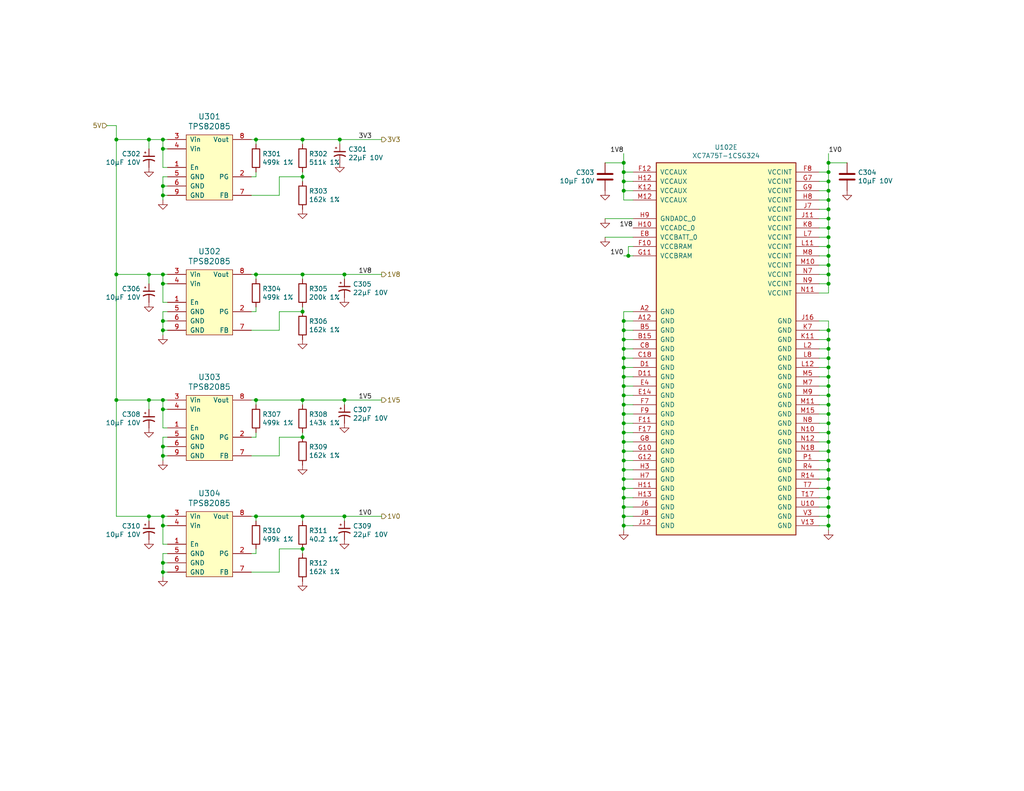
<source format=kicad_sch>
(kicad_sch (version 20230121) (generator eeschema)
  (paper "A")
  (title_block (title "QSIC - QBUS Storage & I/O Card") (date "2022-10-27") (rev "0.4"))
  (junction (at 69.85 38.1))
  (junction (at 170.18 49.53))
  (junction (at 69.85 74.93))
  (junction (at 170.18 133.35))
  (junction (at 226.06 77.47))
  (junction (at 226.06 110.49))
  (junction (at 170.18 95.25))
  (junction (at 93.98 140.97))
  (junction (at 82.55 149.86))
  (junction (at 170.18 52.07))
  (junction (at 226.06 133.35))
  (junction (at 44.45 109.22))
  (junction (at 82.55 38.1))
  (junction (at 226.06 118.11))
  (junction (at 226.06 49.53))
  (junction (at 170.18 44.45))
  (junction (at 44.45 38.1))
  (junction (at 226.06 67.31))
  (junction (at 40.64 74.93))
  (junction (at 44.45 124.46))
  (junction (at 226.06 130.81))
  (junction (at 82.55 48.26))
  (junction (at 44.45 90.17))
  (junction (at 170.18 92.71))
  (junction (at 226.06 69.85))
  (junction (at 170.18 138.43))
  (junction (at 226.06 113.03))
  (junction (at 170.18 105.41))
  (junction (at 92.71 38.1))
  (junction (at 82.55 109.22))
  (junction (at 44.45 50.8))
  (junction (at 226.06 62.23))
  (junction (at 44.45 74.93))
  (junction (at 170.18 120.65))
  (junction (at 226.06 46.99))
  (junction (at 31.75 74.93))
  (junction (at 226.06 123.19))
  (junction (at 82.55 140.97))
  (junction (at 31.75 109.22))
  (junction (at 170.18 140.97))
  (junction (at 226.06 59.69))
  (junction (at 226.06 95.25))
  (junction (at 170.18 123.19))
  (junction (at 44.45 40.64))
  (junction (at 170.18 97.79))
  (junction (at 170.18 125.73))
  (junction (at 170.18 115.57))
  (junction (at 170.18 90.17))
  (junction (at 170.18 110.49))
  (junction (at 226.06 64.77))
  (junction (at 226.06 115.57))
  (junction (at 44.45 153.67))
  (junction (at 40.64 109.22))
  (junction (at 44.45 156.21))
  (junction (at 226.06 128.27))
  (junction (at 170.18 135.89))
  (junction (at 226.06 105.41))
  (junction (at 40.64 38.1))
  (junction (at 226.06 44.45))
  (junction (at 82.55 85.09))
  (junction (at 44.45 111.76))
  (junction (at 226.06 57.15))
  (junction (at 226.06 120.65))
  (junction (at 226.06 74.93))
  (junction (at 226.06 135.89))
  (junction (at 44.45 53.34))
  (junction (at 31.75 38.1))
  (junction (at 226.06 140.97))
  (junction (at 82.55 119.38))
  (junction (at 226.06 72.39))
  (junction (at 226.06 107.95))
  (junction (at 170.18 87.63))
  (junction (at 44.45 140.97))
  (junction (at 44.45 77.47))
  (junction (at 69.85 140.97))
  (junction (at 93.98 109.22))
  (junction (at 226.06 143.51))
  (junction (at 170.18 107.95))
  (junction (at 82.55 74.93))
  (junction (at 93.98 74.93))
  (junction (at 171.45 69.85))
  (junction (at 170.18 128.27))
  (junction (at 40.64 140.97))
  (junction (at 170.18 113.03))
  (junction (at 226.06 125.73))
  (junction (at 44.45 121.92))
  (junction (at 226.06 92.71))
  (junction (at 170.18 143.51))
  (junction (at 170.18 118.11))
  (junction (at 170.18 102.87))
  (junction (at 226.06 97.79))
  (junction (at 226.06 52.07))
  (junction (at 170.18 46.99))
  (junction (at 226.06 54.61))
  (junction (at 226.06 90.17))
  (junction (at 69.85 109.22))
  (junction (at 44.45 87.63))
  (junction (at 226.06 102.87))
  (junction (at 226.06 138.43))
  (junction (at 170.18 100.33))
  (junction (at 170.18 130.81))
  (junction (at 44.45 143.51))
  (junction (at 226.06 100.33))
  (wire (pts (xy 44.45 119.38) (xy 45.72 119.38)))
  (wire (pts (xy 82.55 74.93) (xy 93.98 74.93)))
  (wire (pts (xy 226.06 125.73) (xy 226.06 128.27)))
  (wire (pts (xy 223.52 125.73) (xy 226.06 125.73)))
  (wire (pts (xy 172.72 135.89) (xy 170.18 135.89)))
  (wire (pts (xy 226.06 140.97) (xy 226.06 143.51)))
  (wire (pts (xy 44.45 40.64) (xy 44.45 38.1)))
  (wire (pts (xy 45.72 90.17) (xy 44.45 90.17)))
  (wire (pts (xy 92.71 39.37) (xy 92.71 38.1)))
  (wire (pts (xy 172.72 87.63) (xy 170.18 87.63)))
  (wire (pts (xy 44.45 125.73) (xy 44.45 124.46)))
  (wire (pts (xy 69.85 74.93) (xy 82.55 74.93)))
  (wire (pts (xy 44.45 124.46) (xy 44.45 121.92)))
  (wire (pts (xy 172.72 115.57) (xy 170.18 115.57)))
  (wire (pts (xy 170.18 133.35) (xy 170.18 135.89)))
  (wire (pts (xy 223.52 120.65) (xy 226.06 120.65)))
  (wire (pts (xy 223.52 49.53) (xy 226.06 49.53)))
  (wire (pts (xy 44.45 38.1) (xy 40.64 38.1)))
  (wire (pts (xy 76.2 124.46) (xy 68.58 124.46)))
  (wire (pts (xy 44.45 111.76) (xy 44.45 109.22)))
  (wire (pts (xy 223.52 115.57) (xy 226.06 115.57)))
  (wire (pts (xy 93.98 109.22) (xy 104.14 109.22)))
  (wire (pts (xy 226.06 123.19) (xy 226.06 125.73)))
  (wire (pts (xy 68.58 90.17) (xy 76.2 90.17)))
  (wire (pts (xy 226.06 128.27) (xy 226.06 130.81)))
  (wire (pts (xy 170.18 85.09) (xy 172.72 85.09)))
  (wire (pts (xy 40.64 142.24) (xy 40.64 140.97)))
  (wire (pts (xy 44.45 74.93) (xy 40.64 74.93)))
  (wire (pts (xy 223.52 46.99) (xy 226.06 46.99)))
  (wire (pts (xy 45.72 87.63) (xy 44.45 87.63)))
  (wire (pts (xy 29.21 34.29) (xy 31.75 34.29)))
  (wire (pts (xy 45.72 156.21) (xy 44.45 156.21)))
  (wire (pts (xy 223.52 128.27) (xy 226.06 128.27)))
  (wire (pts (xy 170.18 135.89) (xy 170.18 138.43)))
  (wire (pts (xy 93.98 110.49) (xy 93.98 109.22)))
  (wire (pts (xy 170.18 90.17) (xy 170.18 92.71)))
  (wire (pts (xy 170.18 100.33) (xy 170.18 102.87)))
  (wire (pts (xy 44.45 140.97) (xy 40.64 140.97)))
  (wire (pts (xy 45.72 143.51) (xy 44.45 143.51)))
  (wire (pts (xy 82.55 109.22) (xy 93.98 109.22)))
  (wire (pts (xy 170.18 102.87) (xy 170.18 105.41)))
  (wire (pts (xy 170.18 41.91) (xy 170.18 44.45)))
  (wire (pts (xy 226.06 133.35) (xy 226.06 135.89)))
  (wire (pts (xy 31.75 74.93) (xy 31.75 109.22)))
  (wire (pts (xy 31.75 34.29) (xy 31.75 38.1)))
  (wire (pts (xy 44.45 153.67) (xy 44.45 151.13)))
  (wire (pts (xy 44.45 156.21) (xy 44.45 153.67)))
  (wire (pts (xy 82.55 140.97) (xy 93.98 140.97)))
  (wire (pts (xy 45.72 148.59) (xy 44.45 148.59)))
  (wire (pts (xy 226.06 138.43) (xy 226.06 140.97)))
  (wire (pts (xy 82.55 142.24) (xy 82.55 140.97)))
  (wire (pts (xy 69.85 38.1) (xy 69.85 39.37)))
  (wire (pts (xy 68.58 119.38) (xy 69.85 119.38)))
  (wire (pts (xy 223.52 57.15) (xy 226.06 57.15)))
  (wire (pts (xy 76.2 119.38) (xy 76.2 124.46)))
  (wire (pts (xy 172.72 138.43) (xy 170.18 138.43)))
  (wire (pts (xy 44.45 85.09) (xy 45.72 85.09)))
  (wire (pts (xy 82.55 149.86) (xy 76.2 149.86)))
  (wire (pts (xy 172.72 125.73) (xy 170.18 125.73)))
  (wire (pts (xy 165.1 64.77) (xy 172.72 64.77)))
  (wire (pts (xy 31.75 140.97) (xy 40.64 140.97)))
  (wire (pts (xy 223.52 72.39) (xy 226.06 72.39)))
  (wire (pts (xy 69.85 38.1) (xy 82.55 38.1)))
  (wire (pts (xy 172.72 52.07) (xy 170.18 52.07)))
  (wire (pts (xy 170.18 107.95) (xy 170.18 110.49)))
  (wire (pts (xy 223.52 90.17) (xy 226.06 90.17)))
  (wire (pts (xy 226.06 100.33) (xy 226.06 102.87)))
  (wire (pts (xy 170.18 87.63) (xy 170.18 85.09)))
  (wire (pts (xy 44.45 90.17) (xy 44.45 87.63)))
  (wire (pts (xy 170.18 95.25) (xy 170.18 97.79)))
  (wire (pts (xy 44.45 148.59) (xy 44.45 143.51)))
  (wire (pts (xy 44.45 53.34) (xy 44.45 50.8)))
  (wire (pts (xy 44.45 45.72) (xy 44.45 40.64)))
  (wire (pts (xy 69.85 85.09) (xy 68.58 85.09)))
  (wire (pts (xy 44.45 116.84) (xy 44.45 111.76)))
  (wire (pts (xy 226.06 52.07) (xy 226.06 54.61)))
  (wire (pts (xy 44.45 74.93) (xy 45.72 74.93)))
  (wire (pts (xy 44.45 87.63) (xy 44.45 85.09)))
  (wire (pts (xy 44.45 151.13) (xy 45.72 151.13)))
  (wire (pts (xy 172.72 46.99) (xy 170.18 46.99)))
  (wire (pts (xy 223.52 87.63) (xy 226.06 87.63)))
  (wire (pts (xy 76.2 48.26) (xy 76.2 53.34)))
  (wire (pts (xy 170.18 54.61) (xy 172.72 54.61)))
  (wire (pts (xy 82.55 48.26) (xy 82.55 49.53)))
  (wire (pts (xy 45.72 153.67) (xy 44.45 153.67)))
  (wire (pts (xy 165.1 44.45) (xy 170.18 44.45)))
  (wire (pts (xy 223.52 105.41) (xy 226.06 105.41)))
  (wire (pts (xy 172.72 90.17) (xy 170.18 90.17)))
  (wire (pts (xy 226.06 97.79) (xy 226.06 100.33)))
  (wire (pts (xy 93.98 74.93) (xy 104.14 74.93)))
  (wire (pts (xy 223.52 102.87) (xy 226.06 102.87)))
  (wire (pts (xy 170.18 105.41) (xy 170.18 107.95)))
  (wire (pts (xy 40.64 77.47) (xy 40.64 74.93)))
  (wire (pts (xy 226.06 41.91) (xy 226.06 44.45)))
  (wire (pts (xy 44.45 54.61) (xy 44.45 53.34)))
  (wire (pts (xy 31.75 109.22) (xy 40.64 109.22)))
  (wire (pts (xy 76.2 156.21) (xy 68.58 156.21)))
  (wire (pts (xy 223.52 107.95) (xy 226.06 107.95)))
  (wire (pts (xy 170.18 92.71) (xy 170.18 95.25)))
  (wire (pts (xy 226.06 46.99) (xy 226.06 49.53)))
  (wire (pts (xy 226.06 77.47) (xy 226.06 80.01)))
  (wire (pts (xy 44.45 121.92) (xy 44.45 119.38)))
  (wire (pts (xy 170.18 46.99) (xy 170.18 49.53)))
  (wire (pts (xy 82.55 48.26) (xy 76.2 48.26)))
  (wire (pts (xy 172.72 123.19) (xy 170.18 123.19)))
  (wire (pts (xy 82.55 119.38) (xy 76.2 119.38)))
  (wire (pts (xy 223.52 133.35) (xy 226.06 133.35)))
  (wire (pts (xy 223.52 62.23) (xy 226.06 62.23)))
  (wire (pts (xy 82.55 151.13) (xy 82.55 149.86)))
  (wire (pts (xy 226.06 64.77) (xy 226.06 67.31)))
  (wire (pts (xy 226.06 118.11) (xy 226.06 120.65)))
  (wire (pts (xy 226.06 90.17) (xy 226.06 92.71)))
  (wire (pts (xy 170.18 118.11) (xy 170.18 120.65)))
  (wire (pts (xy 45.72 124.46) (xy 44.45 124.46)))
  (wire (pts (xy 69.85 74.93) (xy 69.85 76.2)))
  (wire (pts (xy 45.72 82.55) (xy 44.45 82.55)))
  (wire (pts (xy 223.52 92.71) (xy 226.06 92.71)))
  (wire (pts (xy 69.85 109.22) (xy 82.55 109.22)))
  (wire (pts (xy 172.72 105.41) (xy 170.18 105.41)))
  (wire (pts (xy 31.75 38.1) (xy 40.64 38.1)))
  (wire (pts (xy 172.72 140.97) (xy 170.18 140.97)))
  (wire (pts (xy 82.55 119.38) (xy 82.55 118.11)))
  (wire (pts (xy 223.52 64.77) (xy 226.06 64.77)))
  (wire (pts (xy 44.45 109.22) (xy 45.72 109.22)))
  (wire (pts (xy 69.85 140.97) (xy 69.85 142.24)))
  (wire (pts (xy 44.45 140.97) (xy 45.72 140.97)))
  (wire (pts (xy 226.06 59.69) (xy 226.06 62.23)))
  (wire (pts (xy 92.71 38.1) (xy 104.14 38.1)))
  (wire (pts (xy 226.06 95.25) (xy 226.06 97.79)))
  (wire (pts (xy 45.72 121.92) (xy 44.45 121.92)))
  (wire (pts (xy 226.06 67.31) (xy 226.06 69.85)))
  (wire (pts (xy 172.72 120.65) (xy 170.18 120.65)))
  (wire (pts (xy 44.45 82.55) (xy 44.45 77.47)))
  (wire (pts (xy 170.18 69.85) (xy 171.45 69.85)))
  (wire (pts (xy 93.98 142.24) (xy 93.98 140.97)))
  (wire (pts (xy 172.72 118.11) (xy 170.18 118.11)))
  (wire (pts (xy 76.2 149.86) (xy 76.2 156.21)))
  (wire (pts (xy 171.45 69.85) (xy 171.45 67.31)))
  (wire (pts (xy 68.58 38.1) (xy 69.85 38.1)))
  (wire (pts (xy 45.72 40.64) (xy 44.45 40.64)))
  (wire (pts (xy 82.55 110.49) (xy 82.55 109.22)))
  (wire (pts (xy 226.06 87.63) (xy 226.06 90.17)))
  (wire (pts (xy 170.18 128.27) (xy 170.18 130.81)))
  (wire (pts (xy 31.75 38.1) (xy 31.75 74.93)))
  (wire (pts (xy 226.06 115.57) (xy 226.06 118.11)))
  (wire (pts (xy 170.18 110.49) (xy 170.18 113.03)))
  (wire (pts (xy 226.06 135.89) (xy 226.06 138.43)))
  (wire (pts (xy 69.85 151.13) (xy 69.85 149.86)))
  (wire (pts (xy 44.45 77.47) (xy 44.45 74.93)))
  (wire (pts (xy 226.06 49.53) (xy 226.06 52.07)))
  (wire (pts (xy 172.72 100.33) (xy 170.18 100.33)))
  (wire (pts (xy 223.52 113.03) (xy 226.06 113.03)))
  (wire (pts (xy 40.64 40.64) (xy 40.64 38.1)))
  (wire (pts (xy 226.06 62.23) (xy 226.06 64.77)))
  (wire (pts (xy 76.2 53.34) (xy 68.58 53.34)))
  (wire (pts (xy 82.55 39.37) (xy 82.55 38.1)))
  (wire (pts (xy 223.52 130.81) (xy 226.06 130.81)))
  (wire (pts (xy 68.58 109.22) (xy 69.85 109.22)))
  (wire (pts (xy 68.58 151.13) (xy 69.85 151.13)))
  (wire (pts (xy 170.18 113.03) (xy 170.18 115.57)))
  (wire (pts (xy 170.18 130.81) (xy 170.18 133.35)))
  (wire (pts (xy 172.72 130.81) (xy 170.18 130.81)))
  (wire (pts (xy 226.06 120.65) (xy 226.06 123.19)))
  (wire (pts (xy 45.72 77.47) (xy 44.45 77.47)))
  (wire (pts (xy 172.72 92.71) (xy 170.18 92.71)))
  (wire (pts (xy 44.45 157.48) (xy 44.45 156.21)))
  (wire (pts (xy 76.2 85.09) (xy 82.55 85.09)))
  (wire (pts (xy 226.06 107.95) (xy 226.06 110.49)))
  (wire (pts (xy 69.85 48.26) (xy 69.85 46.99)))
  (wire (pts (xy 172.72 102.87) (xy 170.18 102.87)))
  (wire (pts (xy 45.72 45.72) (xy 44.45 45.72)))
  (wire (pts (xy 223.52 80.01) (xy 226.06 80.01)))
  (wire (pts (xy 226.06 130.81) (xy 226.06 133.35)))
  (wire (pts (xy 170.18 125.73) (xy 170.18 128.27)))
  (wire (pts (xy 226.06 92.71) (xy 226.06 95.25)))
  (wire (pts (xy 223.52 140.97) (xy 226.06 140.97)))
  (wire (pts (xy 68.58 140.97) (xy 69.85 140.97)))
  (wire (pts (xy 172.72 69.85) (xy 171.45 69.85)))
  (wire (pts (xy 223.52 54.61) (xy 226.06 54.61)))
  (wire (pts (xy 44.45 109.22) (xy 40.64 109.22)))
  (wire (pts (xy 44.45 48.26) (xy 45.72 48.26)))
  (wire (pts (xy 170.18 52.07) (xy 170.18 54.61)))
  (wire (pts (xy 69.85 83.82) (xy 69.85 85.09)))
  (wire (pts (xy 223.52 100.33) (xy 226.06 100.33)))
  (wire (pts (xy 170.18 140.97) (xy 170.18 143.51)))
  (wire (pts (xy 223.52 59.69) (xy 226.06 59.69)))
  (wire (pts (xy 226.06 143.51) (xy 226.06 144.78)))
  (wire (pts (xy 45.72 53.34) (xy 44.45 53.34)))
  (wire (pts (xy 223.52 77.47) (xy 226.06 77.47)))
  (wire (pts (xy 44.45 38.1) (xy 45.72 38.1)))
  (wire (pts (xy 82.55 76.2) (xy 82.55 74.93)))
  (wire (pts (xy 226.06 113.03) (xy 226.06 115.57)))
  (wire (pts (xy 223.52 118.11) (xy 226.06 118.11)))
  (wire (pts (xy 44.45 91.44) (xy 44.45 90.17)))
  (wire (pts (xy 45.72 111.76) (xy 44.45 111.76)))
  (wire (pts (xy 223.52 67.31) (xy 226.06 67.31)))
  (wire (pts (xy 172.72 143.51) (xy 170.18 143.51)))
  (wire (pts (xy 172.72 95.25) (xy 170.18 95.25)))
  (wire (pts (xy 93.98 76.2) (xy 93.98 74.93)))
  (wire (pts (xy 223.52 97.79) (xy 226.06 97.79)))
  (wire (pts (xy 82.55 46.99) (xy 82.55 48.26)))
  (wire (pts (xy 82.55 85.09) (xy 82.55 83.82)))
  (wire (pts (xy 223.52 52.07) (xy 226.06 52.07)))
  (wire (pts (xy 44.45 50.8) (xy 44.45 48.26)))
  (wire (pts (xy 68.58 74.93) (xy 69.85 74.93)))
  (wire (pts (xy 31.75 74.93) (xy 40.64 74.93)))
  (wire (pts (xy 172.72 107.95) (xy 170.18 107.95)))
  (wire (pts (xy 44.45 143.51) (xy 44.45 140.97)))
  (wire (pts (xy 170.18 123.19) (xy 170.18 125.73)))
  (wire (pts (xy 45.72 116.84) (xy 44.45 116.84)))
  (wire (pts (xy 226.06 74.93) (xy 226.06 77.47)))
  (wire (pts (xy 69.85 140.97) (xy 82.55 140.97)))
  (wire (pts (xy 170.18 138.43) (xy 170.18 140.97)))
  (wire (pts (xy 172.72 110.49) (xy 170.18 110.49)))
  (wire (pts (xy 172.72 97.79) (xy 170.18 97.79)))
  (wire (pts (xy 165.1 59.69) (xy 172.72 59.69)))
  (wire (pts (xy 223.52 74.93) (xy 226.06 74.93)))
  (wire (pts (xy 45.72 50.8) (xy 44.45 50.8)))
  (wire (pts (xy 170.18 120.65) (xy 170.18 123.19)))
  (wire (pts (xy 223.52 123.19) (xy 226.06 123.19)))
  (wire (pts (xy 226.06 110.49) (xy 226.06 113.03)))
  (wire (pts (xy 170.18 44.45) (xy 170.18 46.99)))
  (wire (pts (xy 226.06 44.45) (xy 226.06 46.99)))
  (wire (pts (xy 226.06 72.39) (xy 226.06 74.93)))
  (wire (pts (xy 93.98 140.97) (xy 104.14 140.97)))
  (wire (pts (xy 226.06 69.85) (xy 226.06 72.39)))
  (wire (pts (xy 170.18 115.57) (xy 170.18 118.11)))
  (wire (pts (xy 223.52 95.25) (xy 226.06 95.25)))
  (wire (pts (xy 226.06 54.61) (xy 226.06 57.15)))
  (wire (pts (xy 40.64 111.76) (xy 40.64 109.22)))
  (wire (pts (xy 69.85 119.38) (xy 69.85 118.11)))
  (wire (pts (xy 223.52 143.51) (xy 226.06 143.51)))
  (wire (pts (xy 223.52 110.49) (xy 226.06 110.49)))
  (wire (pts (xy 226.06 105.41) (xy 226.06 107.95)))
  (wire (pts (xy 170.18 87.63) (xy 170.18 90.17)))
  (wire (pts (xy 172.72 128.27) (xy 170.18 128.27)))
  (wire (pts (xy 223.52 69.85) (xy 226.06 69.85)))
  (wire (pts (xy 172.72 113.03) (xy 170.18 113.03)))
  (wire (pts (xy 223.52 135.89) (xy 226.06 135.89)))
  (wire (pts (xy 223.52 138.43) (xy 226.06 138.43)))
  (wire (pts (xy 82.55 38.1) (xy 92.71 38.1)))
  (wire (pts (xy 69.85 109.22) (xy 69.85 110.49)))
  (wire (pts (xy 226.06 57.15) (xy 226.06 59.69)))
  (wire (pts (xy 172.72 49.53) (xy 170.18 49.53)))
  (wire (pts (xy 231.14 44.45) (xy 226.06 44.45)))
  (wire (pts (xy 172.72 67.31) (xy 171.45 67.31)))
  (wire (pts (xy 31.75 109.22) (xy 31.75 140.97)))
  (wire (pts (xy 226.06 102.87) (xy 226.06 105.41)))
  (wire (pts (xy 68.58 48.26) (xy 69.85 48.26)))
  (wire (pts (xy 170.18 143.51) (xy 170.18 144.78)))
  (wire (pts (xy 170.18 49.53) (xy 170.18 52.07)))
  (wire (pts (xy 76.2 90.17) (xy 76.2 85.09)))
  (wire (pts (xy 170.18 97.79) (xy 170.18 100.33)))
  (wire (pts (xy 172.72 133.35) (xy 170.18 133.35)))
  (label "1V8" (at 97.79 74.93 0))
  (label "1V0" (at 97.79 140.97 0))
  (label "3V3" (at 97.79 38.1 0))
  (label "1V0" (at 226.06 41.91 0))
  (label "1V8" (at 172.72 62.23 180))
  (label "1V0" (at 170.18 69.85 180))
  (label "1V5" (at 97.79 109.22 0))
  (label "1V8" (at 170.18 41.91 180))
  (hierarchical_label "3V3" (shape output) (at 104.14 38.1 0))
  (hierarchical_label "1V0" (shape output) (at 104.14 140.97 0))
  (hierarchical_label "5V" (shape input) (at 29.21 34.29 180))
  (hierarchical_label "1V8" (shape output) (at 104.14 74.93 0))
  (hierarchical_label "1V5" (shape output) (at 104.14 109.22 0))
  (symbol (lib_id "myLib:TPS82085") (at 55.88 43.18 0) (unit 1)
    (property "Reference" "U301" (at 57.15 31.8262 0) (effects (font (size 1.524 1.524))))
    (property "Value" "TPS82085" (at 57.15 34.5186 0) (effects (font (size 1.524 1.524))))
    (property "Footprint" "Package_LGA:Texas_SIL0008D_MicroSiP-8-1EP_2.8x3mm_P0.65mm_EP1.1x1.9mm_ThermalVias" (effects hide))
    (property "Datasheet" "http://www.ti.com/lit/ds/symlink/tps82085.pdf" (effects hide))
    (property "Description" "Switching Regulstor" (effects hide))
    (property "Manu" "TI" (effects hide))
    (property "type" "SMD" (effects hide))
    (property "MPN" "TPS82085SILT" (effects hide))
  )
  (symbol (lib_id "Device:R") (at 82.55 43.18 0) (unit 1)
    (property "Reference" "R302" (at 84.2772 42.0116 0) (effects (justify left)))
    (property "Value" "511k 1%" (at 84.2772 44.323 0) (effects (justify left)))
    (property "Footprint" "Resistor_SMD:R_0603_1608Metric" (effects hide))
    (property "type" "SMD" (effects hide))
    (property "Description" "Res 511k 1% 0603" (effects hide))
    (property "MPN" "RC0603FR-07511KL" (effects hide))
  )
  (symbol (lib_id "Device:R") (at 82.55 53.34 0) (unit 1)
    (property "Reference" "R303" (at 84.2772 52.1716 0) (effects (justify left)))
    (property "Value" "162k 1%" (at 84.2772 54.483 0) (effects (justify left)))
    (property "Footprint" "Resistor_SMD:R_0603_1608Metric" (effects hide))
    (property "type" "SMD" (effects hide))
    (property "Description" "Res 162k 1% 0603" (effects hide))
    (property "MPN" "RC0603FR-07162KL" (effects hide))
  )
  (symbol (lib_id "Device:R") (at 69.85 43.18 0) (unit 1)
    (property "Reference" "R301" (at 71.5772 42.0116 0) (effects (justify left)))
    (property "Value" "499k 1%" (at 71.5772 44.323 0) (effects (justify left)))
    (property "Footprint" "Resistor_SMD:R_0603_1608Metric" (effects hide))
    (property "type" "SMD" (effects hide))
    (property "Description" "Res 499k 1% 0603" (effects hide))
    (property "MPN" "RC0603FR-07499KL" (effects hide))
  )
  (symbol (lib_id "power:GND") (at 82.55 57.15 0) (unit 1)
    (property "Reference" "#PWR0306" (effects hide))
    (property "Value" "GND" (effects hide))
  )
  (symbol (lib_id "Device:C_Polarized_Small_US") (at 92.71 41.91 0) (unit 1)
    (property "Reference" "C301" (at 95.0214 40.7416 0) (effects (justify left)))
    (property "Value" "22µF 10V" (at 95.0214 43.053 0) (effects (justify left)))
    (property "Footprint" "Capacitor_SMD:C_0603_1608Metric" (effects hide))
    (property "Description" "Cap 22uF 10V 0603" (effects hide))
    (property "type" "SMD" (effects hide))
    (property "MPN" "CL10A226MP8NUNE" (effects hide))
  )
  (symbol (lib_id "Device:C_Polarized_Small_US") (at 40.64 43.18 0) (unit 1)
    (property "Reference" "C302" (at 38.354 42.0116 0) (effects (justify right)))
    (property "Value" "10µF 10V" (at 38.354 44.323 0) (effects (justify right)))
    (property "Footprint" "Capacitor_SMD:C_0603_1608Metric" (effects hide))
    (property "Description" "Cap 10uF 10V 0603" (effects hide))
    (property "type" "SMD" (effects hide))
    (property "MPN" "CL10A106MP8NNNC" (effects hide))
  )
  (symbol (lib_id "power:GND") (at 92.71 44.45 0) (unit 1)
    (property "Reference" "#PWR0301" (effects hide))
    (property "Value" "GND" (effects hide))
  )
  (symbol (lib_id "power:GND") (at 44.45 54.61 0) (unit 1)
    (property "Reference" "#PWR0305" (effects hide))
    (property "Value" "GND" (effects hide))
  )
  (symbol (lib_id "power:GND") (at 40.64 45.72 0) (unit 1)
    (property "Reference" "#PWR0302" (effects hide))
    (property "Value" "GND" (effects hide))
  )
  (symbol (lib_id "power:GND") (at 226.06 144.78 0) (unit 1)
    (property "Reference" "#PWR0318" (effects hide))
    (property "Value" "GND" (effects hide))
  )
  (symbol (lib_id "FPGA_Xilinx_Artix7:XC7A75T-CSG324") (at 198.12 95.25 0) (unit 5)
    (property "Reference" "U102" (at 198.12 40.2082 0))
    (property "Value" "XC7A75T-1CSG324" (at 198.12 42.5196 0))
    (property "Footprint" "Package_BGA:Xilinx_CSG324" (effects hide))
    (property "Manu" "Xilinx" (effects hide))
    (property "Description" "Xilinx Artix-7 FPGA" (effects hide))
    (property "type" "SMD" (effects hide))
    (property "MPN" "XC7A75T-1CSG324C" (effects hide))
  )
  (symbol (lib_id "power:GND") (at 170.18 144.78 0) (mirror y) (unit 1)
    (property "Reference" "#PWR0317" (effects hide))
    (property "Value" "GND" (effects hide))
  )
  (symbol (lib_id "power:GND") (at 165.1 59.69 0) (mirror y) (unit 1)
    (property "Reference" "#PWR0307" (effects hide))
    (property "Value" "GND" (effects hide))
  )
  (symbol (lib_id "myLib:TPS82085") (at 55.88 80.01 0) (unit 1)
    (property "Reference" "U302" (at 57.15 68.6562 0) (effects (font (size 1.524 1.524))))
    (property "Value" "TPS82085" (at 57.15 71.3486 0) (effects (font (size 1.524 1.524))))
    (property "Footprint" "Package_LGA:Texas_SIL0008D_MicroSiP-8-1EP_2.8x3mm_P0.65mm_EP1.1x1.9mm_ThermalVias" (effects hide))
    (property "Datasheet" "http://www.ti.com/lit/ds/symlink/tps82085.pdf" (effects hide))
    (property "Description" "Switching Regulstor" (effects hide))
    (property "Manu" "TI" (effects hide))
    (property "type" "SMD" (effects hide))
    (property "MPN" "TPS82085SILT" (effects hide))
  )
  (symbol (lib_id "Device:R") (at 82.55 80.01 0) (unit 1)
    (property "Reference" "R305" (at 84.2772 78.8416 0) (effects (justify left)))
    (property "Value" "200k 1%" (at 84.2772 81.153 0) (effects (justify left)))
    (property "Footprint" "Resistor_SMD:R_0603_1608Metric" (effects hide))
    (property "type" "SMD" (effects hide))
    (property "Description" "Res 200k 1% 0603" (effects hide))
    (property "MPN" "RC0603FR-07200KL" (effects hide))
  )
  (symbol (lib_id "Device:R") (at 82.55 88.9 0) (unit 1)
    (property "Reference" "R306" (at 84.2772 87.7316 0) (effects (justify left)))
    (property "Value" "162k 1%" (at 84.2772 90.043 0) (effects (justify left)))
    (property "Footprint" "Resistor_SMD:R_0603_1608Metric" (effects hide))
    (property "type" "SMD" (effects hide))
    (property "Description" "Res 162k 1% 0603" (effects hide))
    (property "MPN" "RC0603FR-07162KL" (effects hide))
  )
  (symbol (lib_id "Device:R") (at 69.85 80.01 0) (unit 1)
    (property "Reference" "R304" (at 71.5772 78.8416 0) (effects (justify left)))
    (property "Value" "499k 1%" (at 71.5772 81.153 0) (effects (justify left)))
    (property "Footprint" "Resistor_SMD:R_0603_1608Metric" (effects hide))
    (property "type" "SMD" (effects hide))
    (property "Description" "Res 499k 1% 0603" (effects hide))
    (property "MPN" "RC0603FR-07499KL" (effects hide))
  )
  (symbol (lib_id "power:GND") (at 82.55 92.71 0) (unit 1)
    (property "Reference" "#PWR0312" (effects hide))
    (property "Value" "GND" (effects hide))
  )
  (symbol (lib_id "Device:C_Polarized_Small_US") (at 93.98 78.74 0) (unit 1)
    (property "Reference" "C305" (at 96.2914 77.5716 0) (effects (justify left)))
    (property "Value" "22µF 10V" (at 96.2914 79.883 0) (effects (justify left)))
    (property "Footprint" "Capacitor_SMD:C_0603_1608Metric" (effects hide))
    (property "Description" "Cap 22uF 10V 0603" (effects hide))
    (property "type" "SMD" (effects hide))
    (property "MPN" "CL10A226MP8NUNE" (effects hide))
  )
  (symbol (lib_id "Device:C_Polarized_Small_US") (at 40.64 80.01 0) (unit 1)
    (property "Reference" "C306" (at 38.354 78.8416 0) (effects (justify right)))
    (property "Value" "10µF 10V" (at 38.354 81.153 0) (effects (justify right)))
    (property "Footprint" "Capacitor_SMD:C_0603_1608Metric" (effects hide))
    (property "Description" "Cap 10uF 10V 0603" (effects hide))
    (property "type" "SMD" (effects hide))
    (property "MPN" "CL10A106MP8NNNC" (effects hide))
  )
  (symbol (lib_id "power:GND") (at 93.98 81.28 0) (unit 1)
    (property "Reference" "#PWR0309" (effects hide))
    (property "Value" "GND" (effects hide))
  )
  (symbol (lib_id "power:GND") (at 44.45 91.44 0) (unit 1)
    (property "Reference" "#PWR0311" (effects hide))
    (property "Value" "GND" (effects hide))
  )
  (symbol (lib_id "power:GND") (at 40.64 82.55 0) (unit 1)
    (property "Reference" "#PWR0310" (effects hide))
    (property "Value" "GND" (effects hide))
  )
  (symbol (lib_id "myLib:TPS82085") (at 55.88 114.3 0) (unit 1)
    (property "Reference" "U303" (at 57.15 102.9462 0) (effects (font (size 1.524 1.524))))
    (property "Value" "TPS82085" (at 57.15 105.6386 0) (effects (font (size 1.524 1.524))))
    (property "Footprint" "Package_LGA:Texas_SIL0008D_MicroSiP-8-1EP_2.8x3mm_P0.65mm_EP1.1x1.9mm_ThermalVias" (effects hide))
    (property "Datasheet" "http://www.ti.com/lit/ds/symlink/tps82085.pdf" (effects hide))
    (property "Description" "Switching Regulstor" (effects hide))
    (property "Manu" "TI" (effects hide))
    (property "type" "SMD" (effects hide))
    (property "MPN" "TPS82085SILT" (effects hide))
  )
  (symbol (lib_id "Device:R") (at 82.55 114.3 0) (unit 1)
    (property "Reference" "R308" (at 84.2772 113.1316 0) (effects (justify left)))
    (property "Value" "143k 1%" (at 84.2772 115.443 0) (effects (justify left)))
    (property "Footprint" "Resistor_SMD:R_0603_1608Metric" (effects hide))
    (property "type" "SMD" (effects hide))
    (property "Description" "Res 143k 1% 0603" (effects hide))
    (property "MPN" "RC0603FR-07143KL" (effects hide))
  )
  (symbol (lib_id "Device:R") (at 82.55 123.19 0) (unit 1)
    (property "Reference" "R309" (at 84.2772 122.0216 0) (effects (justify left)))
    (property "Value" "162k 1%" (at 84.2772 124.333 0) (effects (justify left)))
    (property "Footprint" "Resistor_SMD:R_0603_1608Metric" (effects hide))
    (property "type" "SMD" (effects hide))
    (property "Description" "Res 162k 1% 0603" (effects hide))
    (property "MPN" "RC0603FR-07162KL" (effects hide))
  )
  (symbol (lib_id "Device:R") (at 69.85 114.3 0) (unit 1)
    (property "Reference" "R307" (at 71.5772 113.1316 0) (effects (justify left)))
    (property "Value" "499k 1%" (at 71.5772 115.443 0) (effects (justify left)))
    (property "Footprint" "Resistor_SMD:R_0603_1608Metric" (effects hide))
    (property "type" "SMD" (effects hide))
    (property "Description" "Res 499k 1% 0603" (effects hide))
    (property "MPN" "RC0603FR-07499KL" (effects hide))
  )
  (symbol (lib_id "power:GND") (at 82.55 127 0) (unit 1)
    (property "Reference" "#PWR0316" (effects hide))
    (property "Value" "GND" (effects hide))
  )
  (symbol (lib_id "Device:C_Polarized_Small_US") (at 93.98 113.03 0) (unit 1)
    (property "Reference" "C307" (at 96.2914 111.8616 0) (effects (justify left)))
    (property "Value" "22µF 10V" (at 96.2914 114.173 0) (effects (justify left)))
    (property "Footprint" "Capacitor_SMD:C_0603_1608Metric" (effects hide))
    (property "Description" "Cap 22uF 10V 0603" (effects hide))
    (property "type" "SMD" (effects hide))
    (property "MPN" "CL10A226MP8NUNE" (effects hide))
  )
  (symbol (lib_id "Device:C_Polarized_Small_US") (at 40.64 114.3 0) (unit 1)
    (property "Reference" "C308" (at 38.354 113.1316 0) (effects (justify right)))
    (property "Value" "10µF 10V" (at 38.354 115.443 0) (effects (justify right)))
    (property "Footprint" "Capacitor_SMD:C_0603_1608Metric" (effects hide))
    (property "Description" "Cap 10uF 10V 0603" (effects hide))
    (property "type" "SMD" (effects hide))
    (property "MPN" "CL10A106MP8NNNC" (effects hide))
  )
  (symbol (lib_id "power:GND") (at 93.98 115.57 0) (unit 1)
    (property "Reference" "#PWR0313" (effects hide))
    (property "Value" "GND" (effects hide))
  )
  (symbol (lib_id "power:GND") (at 44.45 125.73 0) (unit 1)
    (property "Reference" "#PWR0315" (effects hide))
    (property "Value" "GND" (effects hide))
  )
  (symbol (lib_id "power:GND") (at 40.64 116.84 0) (unit 1)
    (property "Reference" "#PWR0314" (effects hide))
    (property "Value" "GND" (effects hide))
  )
  (symbol (lib_id "myLib:TPS82085") (at 55.88 146.05 0) (unit 1)
    (property "Reference" "U304" (at 57.15 134.6962 0) (effects (font (size 1.524 1.524))))
    (property "Value" "TPS82085" (at 57.15 137.3886 0) (effects (font (size 1.524 1.524))))
    (property "Footprint" "Package_LGA:Texas_SIL0008D_MicroSiP-8-1EP_2.8x3mm_P0.65mm_EP1.1x1.9mm_ThermalVias" (effects hide))
    (property "Datasheet" "http://www.ti.com/lit/ds/symlink/tps82085.pdf" (effects hide))
    (property "Description" "Switching Regulstor" (effects hide))
    (property "Manu" "TI" (effects hide))
    (property "type" "SMD" (effects hide))
    (property "MPN" "TPS82085SILT" (effects hide))
  )
  (symbol (lib_id "Device:R") (at 82.55 146.05 0) (unit 1)
    (property "Reference" "R311" (at 84.2772 144.8816 0) (effects (justify left)))
    (property "Value" "40.2 1%" (at 84.2772 147.193 0) (effects (justify left)))
    (property "Footprint" "Resistor_SMD:R_0603_1608Metric" (effects hide))
    (property "type" "SMD" (effects hide))
    (property "Description" "Res 40.2 1% 0603" (effects hide))
    (property "MPN" "RC0603FR-0740R2L" (effects hide))
  )
  (symbol (lib_id "Device:R") (at 82.55 154.94 0) (unit 1)
    (property "Reference" "R312" (at 84.2772 153.7716 0) (effects (justify left)))
    (property "Value" "162k 1%" (at 84.2772 156.083 0) (effects (justify left)))
    (property "Footprint" "Resistor_SMD:R_0603_1608Metric" (effects hide))
    (property "type" "SMD" (effects hide))
    (property "Description" "Res 162k 1% 0603" (effects hide))
    (property "MPN" "RC0603FR-07162KL" (effects hide))
  )
  (symbol (lib_id "Device:R") (at 69.85 146.05 0) (unit 1)
    (property "Reference" "R310" (at 71.5772 144.8816 0) (effects (justify left)))
    (property "Value" "499k 1%" (at 71.5772 147.193 0) (effects (justify left)))
    (property "Footprint" "Resistor_SMD:R_0603_1608Metric" (effects hide))
    (property "type" "SMD" (effects hide))
    (property "Description" "Res 499k 1% 0603" (effects hide))
    (property "MPN" "RC0603FR-07499KL" (effects hide))
  )
  (symbol (lib_id "power:GND") (at 82.55 158.75 0) (unit 1)
    (property "Reference" "#PWR0322" (effects hide))
    (property "Value" "GND" (effects hide))
  )
  (symbol (lib_id "Device:C_Polarized_Small_US") (at 93.98 144.78 0) (unit 1)
    (property "Reference" "C309" (at 96.2914 143.6116 0) (effects (justify left)))
    (property "Value" "22µF 10V" (at 96.2914 145.923 0) (effects (justify left)))
    (property "Footprint" "Capacitor_SMD:C_0603_1608Metric" (effects hide))
    (property "Description" "Cap 22uF 10V 0603" (effects hide))
    (property "type" "SMD" (effects hide))
    (property "MPN" "CL10A226MP8NUNE" (effects hide))
  )
  (symbol (lib_id "Device:C_Polarized_Small_US") (at 40.64 144.78 0) (unit 1)
    (property "Reference" "C310" (at 38.354 143.6116 0) (effects (justify right)))
    (property "Value" "10µF 10V" (at 38.354 145.923 0) (effects (justify right)))
    (property "Footprint" "Capacitor_SMD:C_0603_1608Metric" (effects hide))
    (property "Description" "Cap 10uF 10V 0603" (effects hide))
    (property "type" "SMD" (effects hide))
    (property "MPN" "CL10A106MP8NNNC" (effects hide))
  )
  (symbol (lib_id "power:GND") (at 93.98 147.32 0) (unit 1)
    (property "Reference" "#PWR0319" (effects hide))
    (property "Value" "GND" (effects hide))
  )
  (symbol (lib_id "power:GND") (at 44.45 157.48 0) (unit 1)
    (property "Reference" "#PWR0321" (effects hide))
    (property "Value" "GND" (effects hide))
  )
  (symbol (lib_id "power:GND") (at 40.64 147.32 0) (unit 1)
    (property "Reference" "#PWR0320" (effects hide))
    (property "Value" "GND" (effects hide))
  )
  (symbol (lib_id "Device:C") (at 231.14 48.26 0) (unit 1)
    (property "Reference" "C304" (at 234.061 47.0916 0) (effects (justify left)))
    (property "Value" "10µF 10V" (at 234.061 49.403 0) (effects (justify left)))
    (property "Footprint" "Capacitor_SMD:C_0603_1608Metric" (effects hide))
    (property "Description" "Cap 10uF 10V 0603" (effects hide))
    (property "type" "SMD" (effects hide))
    (property "MPN" "CL10A106MP8NNNC" (effects hide))
  )
  (symbol (lib_id "Device:C") (at 165.1 48.26 0) (unit 1)
    (property "Reference" "C303" (at 162.2044 47.0916 0) (effects (justify right)))
    (property "Value" "10µF 10V" (at 162.2044 49.403 0) (effects (justify right)))
    (property "Footprint" "Capacitor_SMD:C_0603_1608Metric" (effects hide))
    (property "Description" "Cap 10uF 10V 0603" (effects hide))
    (property "type" "SMD" (effects hide))
    (property "MPN" "CL10A106MP8NNNC" (effects hide))
  )
  (symbol (lib_id "power:GND") (at 165.1 52.07 0) (unit 1)
    (property "Reference" "#PWR0303" (effects hide))
    (property "Value" "GND" (effects hide))
  )
  (symbol (lib_id "power:GND") (at 231.14 52.07 0) (unit 1)
    (property "Reference" "#PWR0304" (effects hide))
    (property "Value" "GND" (effects hide))
  )
  (symbol (lib_id "power:GND") (at 165.1 64.77 0) (mirror y) (unit 1)
    (property "Reference" "#PWR0308" (effects hide))
    (property "Value" "GND" (effects hide))
  )
)
</source>
